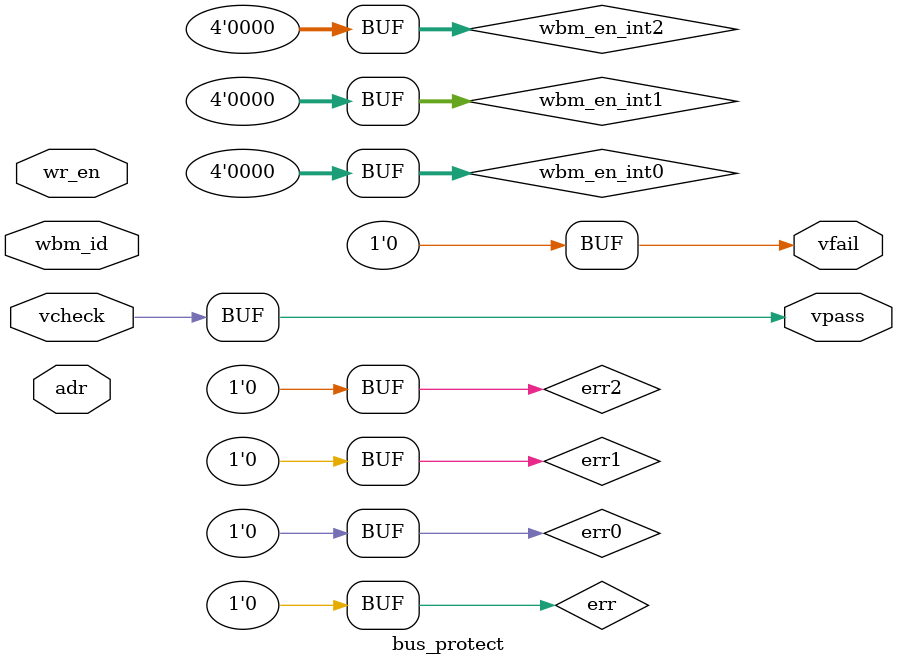
<source format=v>
`define WR_BIT 0
`define RD_BIT 1

module bus_protect(
    vcheck,
    vfail, vpass,
    adr,
    wr_en,
    wbm_id
  );
  parameter RESTRICTION0 = 38'b0;
  parameter RESTRICTION1 = 38'b0;
  parameter RESTRICTION2 = 38'b0;


  input  vcheck;
  output vfail, vpass;
  input  [15:0] adr;
  input  wr_en;
  input   [3:0] wbm_id;

  wire addrmatch0 = adr >= RESTRICTION0[17:2] && adr <= RESTRICTION0[33:18] ? 1'b1 : 1'b0;
  wire addrmatch1 = adr >= RESTRICTION1[17:2] && adr <= RESTRICTION1[33:18] ? 1'b1 : 1'b0;
  wire addrmatch2 = adr >= RESTRICTION2[17:2] && adr <= RESTRICTION2[33:18] ? 1'b1 : 1'b0;

  wire [3:0] wbm_en_int0 = RESTRICTION0[34 + 4 - 1:34];
  wire [3:0] wbm_en_int1 = RESTRICTION1[34 + 4 - 1:34];
  wire [3:0] wbm_en_int2 = RESTRICTION2[34 + 4 - 1:34];

  wire wbm_en0 = (wbm_en_int0 & wbm_id) != 4'b0;
  wire wbm_en1 = (wbm_en_int1 & wbm_id) != 4'b0;
  wire wbm_en2 = (wbm_en_int2 & wbm_id) != 4'b0;

  wire err0 = wbm_en0 & addrmatch0 & (RESTRICTION0[`WR_BIT] & wr_en | RESTRICTION0[`RD_BIT] & ~wr_en);
  wire err1 = wbm_en1 & addrmatch1 & (RESTRICTION1[`WR_BIT] & wr_en | RESTRICTION1[`RD_BIT] & ~wr_en);
  wire err2 = wbm_en2 & addrmatch2 & (RESTRICTION2[`WR_BIT] & wr_en | RESTRICTION2[`RD_BIT] & ~wr_en);

  wire err = err0 | err1 | err2;

  assign vfail = vcheck & err;
  assign vpass = vcheck & ~err;

endmodule

</source>
